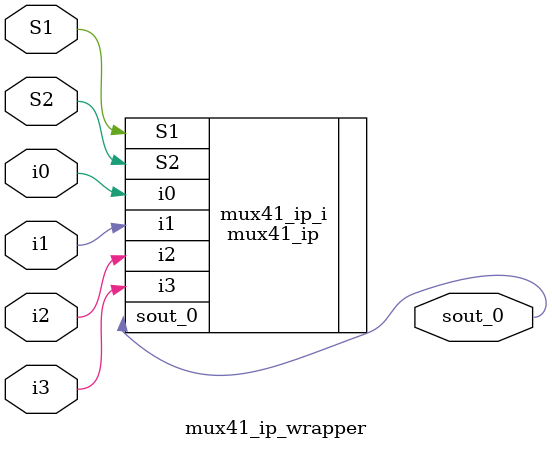
<source format=v>
`timescale 1 ps / 1 ps

module mux41_ip_wrapper
   (S1,
    S2,
    i0,
    i1,
    i2,
    i3,
    sout_0);
  input S1;
  input S2;
  input i0;
  input i1;
  input i2;
  input i3;
  output sout_0;

  wire S1;
  wire S2;
  wire i0;
  wire i1;
  wire i2;
  wire i3;
  wire sout_0;

  mux41_ip mux41_ip_i
       (.S1(S1),
        .S2(S2),
        .i0(i0),
        .i1(i1),
        .i2(i2),
        .i3(i3),
        .sout_0(sout_0));
endmodule

</source>
